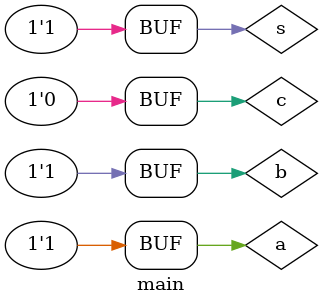
<source format=v>
`include "halfadder.v"
module main;
reg a,b;
wire s,c;
initial begin
	  $dumpfile("hello.vcd");
        $dumpvars;
    {a,b} = 2'b00; #10;
    {a,b} = 2'b01; #10;
    {a,b} = 2'b10; #10;
    {a,b} = 2'b11; #10;      
end
and(s,a,b);
xor(c,a,b);
always @(*) begin
    $monitor("%d %d | %d %d",a,b,s,c);
end
endmodule

</source>
